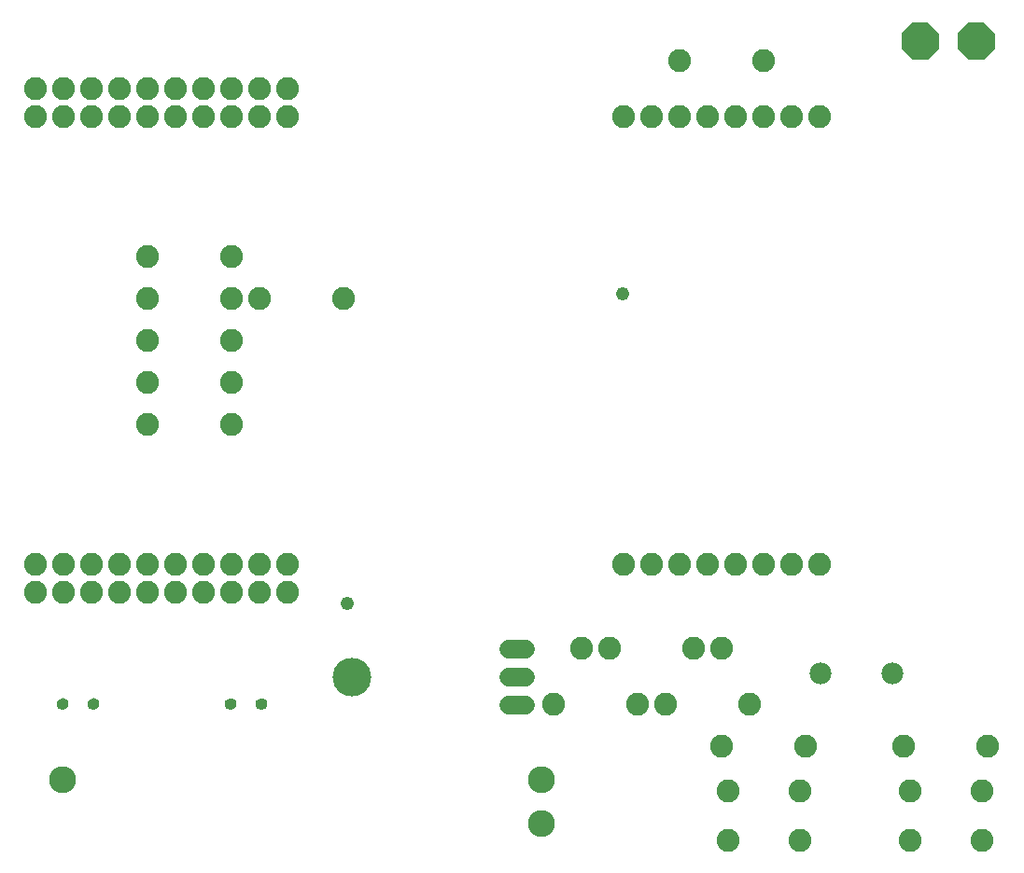
<source format=gts>
G75*
%MOIN*%
%OFA0B0*%
%FSLAX25Y25*%
%IPPOS*%
%LPD*%
%AMOC8*
5,1,8,0,0,1.08239X$1,22.5*
%
%ADD10C,0.08200*%
%ADD11C,0.07800*%
%ADD12C,0.09658*%
%ADD13C,0.00500*%
%ADD14C,0.06800*%
%ADD15C,0.13800*%
%ADD16OC8,0.13200*%
%ADD17C,0.04800*%
D10*
X0033333Y0145000D03*
X0033333Y0155000D03*
X0043333Y0155000D03*
X0043333Y0145000D03*
X0053333Y0145000D03*
X0053333Y0155000D03*
X0063333Y0155000D03*
X0063333Y0145000D03*
X0073333Y0145000D03*
X0073333Y0155000D03*
X0083333Y0155000D03*
X0083333Y0145000D03*
X0093333Y0145000D03*
X0093333Y0155000D03*
X0103333Y0155000D03*
X0103333Y0145000D03*
X0113333Y0145000D03*
X0113333Y0155000D03*
X0123333Y0155000D03*
X0123333Y0145000D03*
X0103333Y0205000D03*
X0103333Y0220000D03*
X0103333Y0235000D03*
X0103333Y0250000D03*
X0113333Y0250000D03*
X0103333Y0265000D03*
X0073333Y0265000D03*
X0073333Y0250000D03*
X0073333Y0235000D03*
X0073333Y0220000D03*
X0073333Y0205000D03*
X0143333Y0250000D03*
X0123333Y0315000D03*
X0113333Y0315000D03*
X0103333Y0315000D03*
X0093333Y0315000D03*
X0083333Y0315000D03*
X0073333Y0315000D03*
X0063333Y0315000D03*
X0053333Y0315000D03*
X0043333Y0315000D03*
X0033333Y0315000D03*
X0033333Y0325000D03*
X0043333Y0325000D03*
X0053333Y0325000D03*
X0063333Y0325000D03*
X0073333Y0325000D03*
X0083333Y0325000D03*
X0093333Y0325000D03*
X0103333Y0325000D03*
X0113333Y0325000D03*
X0123333Y0325000D03*
X0243333Y0315000D03*
X0253333Y0315000D03*
X0263333Y0315000D03*
X0273333Y0315000D03*
X0283333Y0315000D03*
X0293333Y0315000D03*
X0303333Y0315000D03*
X0313333Y0315000D03*
X0293333Y0335000D03*
X0263333Y0335000D03*
X0263333Y0155000D03*
X0273333Y0155000D03*
X0283333Y0155000D03*
X0293333Y0155000D03*
X0303333Y0155000D03*
X0313333Y0155000D03*
X0278333Y0125000D03*
X0268333Y0125000D03*
X0258333Y0105000D03*
X0248333Y0105000D03*
X0238333Y0125000D03*
X0228333Y0125000D03*
X0218333Y0105000D03*
X0243333Y0155000D03*
X0253333Y0155000D03*
X0288333Y0105000D03*
X0278333Y0090000D03*
X0280533Y0073900D03*
X0280533Y0056100D03*
X0306133Y0056100D03*
X0306133Y0073900D03*
X0308333Y0090000D03*
X0343333Y0090000D03*
X0345533Y0073900D03*
X0345533Y0056100D03*
X0371133Y0056100D03*
X0371133Y0073900D03*
X0373333Y0090000D03*
D11*
X0339129Y0116000D03*
X0313538Y0116000D03*
D12*
X0042703Y0077874D03*
X0213963Y0077874D03*
X0213963Y0062126D03*
D13*
X0115455Y0104277D02*
X0115250Y0103931D01*
X0114973Y0103640D01*
X0114638Y0103418D01*
X0114262Y0103275D01*
X0113863Y0103220D01*
X0113470Y0103272D01*
X0113098Y0103409D01*
X0112766Y0103625D01*
X0112491Y0103910D01*
X0112286Y0104249D01*
X0112161Y0104626D01*
X0112123Y0105020D01*
X0112170Y0105404D01*
X0112301Y0105767D01*
X0112509Y0106092D01*
X0112784Y0106363D01*
X0113113Y0106566D01*
X0113479Y0106690D01*
X0113863Y0106730D01*
X0114245Y0106696D01*
X0113536Y0106696D01*
X0114245Y0106696D02*
X0114609Y0106578D01*
X0114938Y0106382D01*
X0115215Y0106118D01*
X0115427Y0105798D01*
X0115562Y0105440D01*
X0115613Y0105060D01*
X0115578Y0104660D01*
X0115455Y0104277D01*
X0115411Y0104204D02*
X0112313Y0104204D01*
X0112154Y0104702D02*
X0115582Y0104702D01*
X0115594Y0105201D02*
X0112145Y0105201D01*
X0112276Y0105699D02*
X0115464Y0105699D01*
X0115131Y0106198D02*
X0112616Y0106198D01*
X0112689Y0103705D02*
X0115035Y0103705D01*
X0104558Y0104660D02*
X0104435Y0104277D01*
X0104230Y0103931D01*
X0103952Y0103640D01*
X0103617Y0103418D01*
X0103241Y0103275D01*
X0102843Y0103220D01*
X0102450Y0103272D01*
X0102078Y0103409D01*
X0101746Y0103625D01*
X0101471Y0103910D01*
X0101266Y0104249D01*
X0101141Y0104626D01*
X0101103Y0105020D01*
X0101150Y0105404D01*
X0101281Y0105767D01*
X0101489Y0106092D01*
X0101764Y0106363D01*
X0102093Y0106566D01*
X0102459Y0106690D01*
X0102843Y0106730D01*
X0103225Y0106696D01*
X0102516Y0106696D01*
X0103225Y0106696D02*
X0103589Y0106578D01*
X0103918Y0106382D01*
X0104195Y0106118D01*
X0104407Y0105798D01*
X0104541Y0105440D01*
X0104593Y0105060D01*
X0104558Y0104660D01*
X0104562Y0104702D02*
X0101134Y0104702D01*
X0101125Y0105201D02*
X0104574Y0105201D01*
X0104444Y0105699D02*
X0101256Y0105699D01*
X0101596Y0106198D02*
X0104111Y0106198D01*
X0104391Y0104204D02*
X0101293Y0104204D01*
X0101669Y0103705D02*
X0104014Y0103705D01*
X0055563Y0104980D02*
X0055517Y0104596D01*
X0055386Y0104233D01*
X0055178Y0103908D01*
X0054902Y0103637D01*
X0054573Y0103434D01*
X0054208Y0103310D01*
X0053823Y0103270D01*
X0053442Y0103304D01*
X0053078Y0103422D01*
X0052749Y0103618D01*
X0052471Y0103882D01*
X0052260Y0104202D01*
X0052125Y0104560D01*
X0052073Y0104940D01*
X0052109Y0105340D01*
X0052232Y0105723D01*
X0052437Y0106069D01*
X0052714Y0106360D01*
X0053049Y0106582D01*
X0053425Y0106725D01*
X0053823Y0106780D01*
X0054217Y0106728D01*
X0054588Y0106591D01*
X0054920Y0106375D01*
X0055196Y0106090D01*
X0055401Y0105751D01*
X0055526Y0105374D01*
X0055563Y0104980D01*
X0055542Y0105201D02*
X0052096Y0105201D01*
X0052106Y0104702D02*
X0055530Y0104702D01*
X0055367Y0104204D02*
X0052259Y0104204D01*
X0052657Y0103705D02*
X0054972Y0103705D01*
X0055418Y0105699D02*
X0052224Y0105699D01*
X0052560Y0106198D02*
X0055091Y0106198D01*
X0054304Y0106696D02*
X0053351Y0106696D01*
X0044505Y0105374D02*
X0044543Y0104980D01*
X0044497Y0104596D01*
X0044366Y0104233D01*
X0044158Y0103908D01*
X0043882Y0103637D01*
X0043553Y0103434D01*
X0043188Y0103310D01*
X0042803Y0103270D01*
X0042422Y0103304D01*
X0042057Y0103422D01*
X0041728Y0103618D01*
X0041451Y0103882D01*
X0041240Y0104202D01*
X0041105Y0104560D01*
X0041053Y0104940D01*
X0041088Y0105340D01*
X0041212Y0105723D01*
X0041417Y0106069D01*
X0041694Y0106360D01*
X0042029Y0106582D01*
X0042405Y0106725D01*
X0042803Y0106780D01*
X0043196Y0106728D01*
X0043568Y0106591D01*
X0043900Y0106375D01*
X0044176Y0106090D01*
X0044381Y0105751D01*
X0044505Y0105374D01*
X0044522Y0105201D02*
X0041076Y0105201D01*
X0041086Y0104702D02*
X0044510Y0104702D01*
X0044347Y0104204D02*
X0041239Y0104204D01*
X0041637Y0103705D02*
X0043952Y0103705D01*
X0044398Y0105699D02*
X0041204Y0105699D01*
X0041540Y0106198D02*
X0044071Y0106198D01*
X0043284Y0106696D02*
X0042330Y0106696D01*
D14*
X0202333Y0104500D02*
X0208333Y0104500D01*
X0208333Y0114500D02*
X0202333Y0114500D01*
X0202333Y0124500D02*
X0208333Y0124500D01*
D15*
X0146333Y0114500D03*
D16*
X0349333Y0342000D03*
X0369333Y0342000D03*
D17*
X0242733Y0251600D03*
X0144633Y0140900D03*
M02*

</source>
